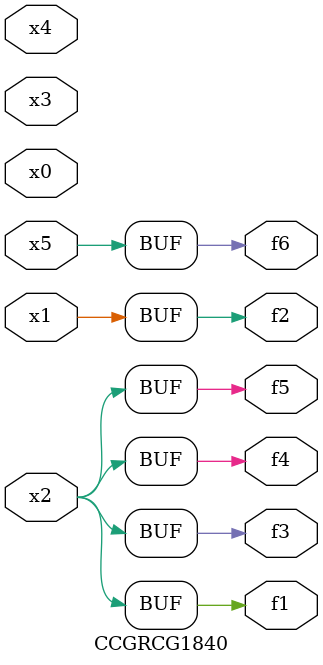
<source format=v>
module CCGRCG1840(
	input x0, x1, x2, x3, x4, x5,
	output f1, f2, f3, f4, f5, f6
);
	assign f1 = x2;
	assign f2 = x1;
	assign f3 = x2;
	assign f4 = x2;
	assign f5 = x2;
	assign f6 = x5;
endmodule

</source>
